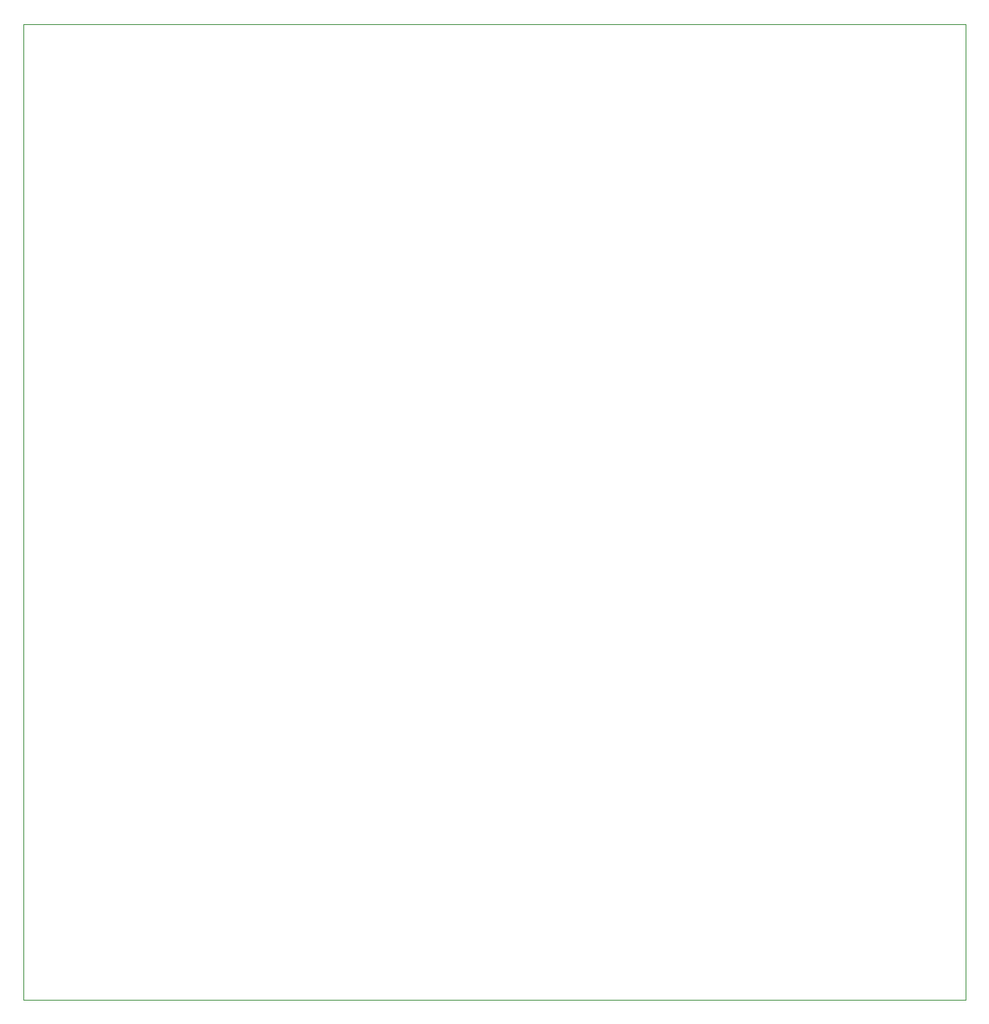
<source format=gbr>
G04*
G04 #@! TF.GenerationSoftware,Altium Limited,Altium Designer,24.4.1 (13)*
G04*
G04 Layer_Color=0*
%FSLAX44Y44*%
%MOMM*%
G71*
G04*
G04 #@! TF.SameCoordinates,292D2D62-A6DC-441A-99C5-A44A3EC90559*
G04*
G04*
G04 #@! TF.FilePolarity,Positive*
G04*
G01*
G75*
%ADD85C,0.0254*%
D85*
X0Y0D02*
Y1057910D01*
X1022350D01*
Y0D01*
X0D01*
M02*

</source>
